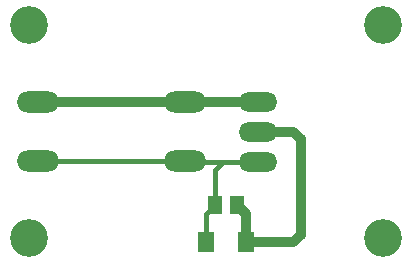
<source format=gtl>
G04 (created by PCBNEW (2013-07-07 BZR 4022)-stable) date 2015/2/26 10:26:18*
%MOIN*%
G04 Gerber Fmt 3.4, Leading zero omitted, Abs format*
%FSLAX34Y34*%
G01*
G70*
G90*
G04 APERTURE LIST*
%ADD10C,0.00590551*%
%ADD11R,0.0511X0.059*%
%ADD12O,0.141X0.0705*%
%ADD13O,0.129X0.0645*%
%ADD14C,0.126*%
%ADD15R,0.0551X0.0708*%
%ADD16C,0.032*%
%ADD17C,0.016*%
G04 APERTURE END LIST*
G54D10*
G54D11*
X23126Y-27250D03*
X23874Y-27250D03*
G54D12*
X22145Y-25783D03*
X17225Y-25783D03*
X22145Y-23823D03*
X17225Y-23823D03*
G54D13*
X24559Y-23803D03*
X24559Y-24803D03*
X24559Y-25803D03*
G54D14*
X16929Y-21259D03*
X28740Y-21259D03*
X16929Y-28346D03*
X28740Y-28346D03*
G54D15*
X22831Y-28500D03*
X24169Y-28500D03*
G54D16*
X24169Y-28500D02*
X24169Y-27545D01*
X24169Y-27545D02*
X23874Y-27250D01*
X24559Y-24803D02*
X25753Y-24803D01*
X25750Y-28500D02*
X24169Y-28500D01*
X26000Y-28250D02*
X25750Y-28500D01*
X26000Y-25050D02*
X26000Y-28250D01*
X25753Y-24803D02*
X26000Y-25050D01*
X22145Y-23823D02*
X17225Y-23823D01*
X24559Y-23803D02*
X22165Y-23803D01*
X22165Y-23803D02*
X22145Y-23823D01*
G54D17*
X22145Y-25783D02*
X17225Y-25783D01*
X24559Y-25803D02*
X22165Y-25803D01*
X22165Y-25803D02*
X22145Y-25783D01*
X23126Y-27250D02*
X23126Y-26074D01*
X23396Y-25803D02*
X24559Y-25803D01*
X23126Y-26074D02*
X23396Y-25803D01*
X22831Y-28500D02*
X22831Y-27545D01*
X22831Y-27545D02*
X23126Y-27250D01*
M02*

</source>
